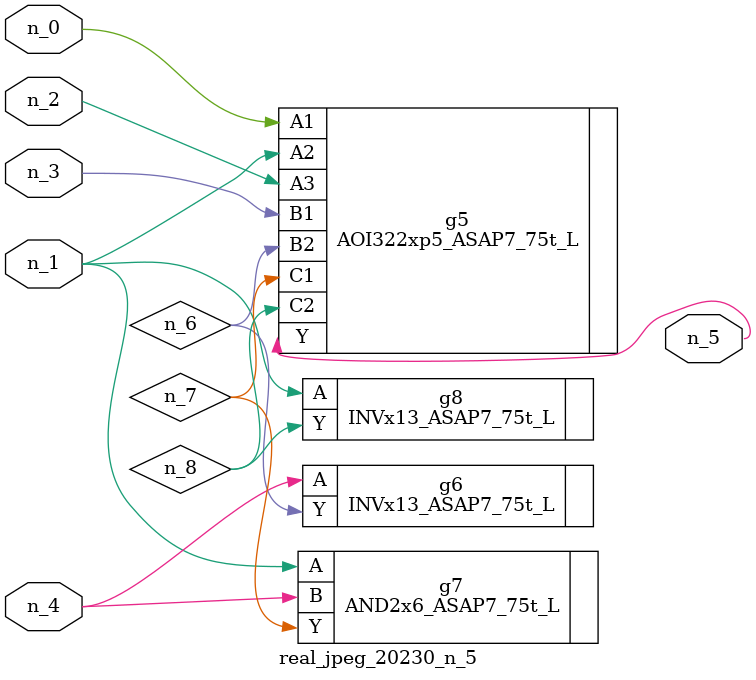
<source format=v>
module real_jpeg_20230_n_5 (n_4, n_0, n_1, n_2, n_3, n_5);

input n_4;
input n_0;
input n_1;
input n_2;
input n_3;

output n_5;

wire n_8;
wire n_6;
wire n_7;

AOI322xp5_ASAP7_75t_L g5 ( 
.A1(n_0),
.A2(n_1),
.A3(n_2),
.B1(n_3),
.B2(n_6),
.C1(n_7),
.C2(n_8),
.Y(n_5)
);

AND2x6_ASAP7_75t_L g7 ( 
.A(n_1),
.B(n_4),
.Y(n_7)
);

INVx13_ASAP7_75t_L g8 ( 
.A(n_1),
.Y(n_8)
);

INVx13_ASAP7_75t_L g6 ( 
.A(n_4),
.Y(n_6)
);


endmodule
</source>
